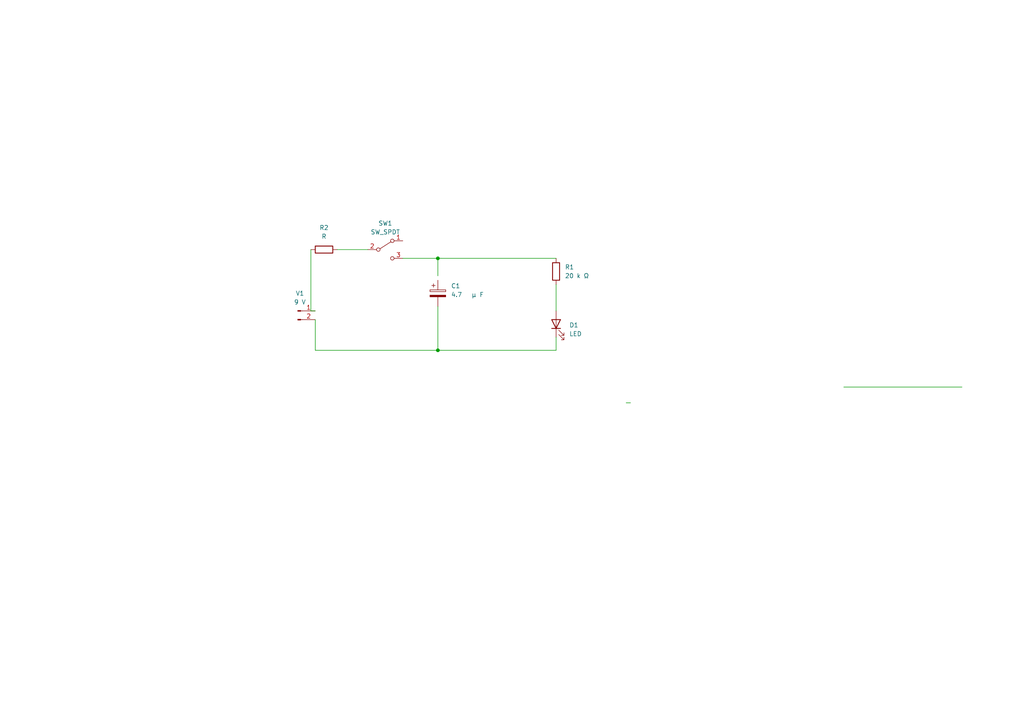
<source format=kicad_sch>
(kicad_sch (version 20211123) (generator eeschema)
  (paper "A4")
  (lib_symbols
    (symbol "Connector:Conn_01x02_Male" (pin_names (offset 1.016) hide)
      (property "Reference" "J" (at 0 2.54 0))
      (property "Value" "Conn_01x02_Male" (at 0 -5.08 0))
      (symbol "Conn_01x02_Male_1_1"
        (polyline (pts (xy 1.27 -2.54) (xy 0.8636 -2.54)) (stroke (width 0.1524)))
        (polyline (pts (xy 1.27 0) (xy 0.8636 0)) (stroke (width 0.1524)))
        (rectangle (start 0.8636 -2.413) (end 0 -2.667) (stroke (width 0.1524)) (fill (type outline)))
        (rectangle (start 0.8636 0.127) (end 0 -0.127) (stroke (width 0.1524)) (fill (type outline)))
        (pin passive line (at 5.08 0 180) (length 3.81) (name "Pin_1") (number "1"))
        (pin passive line (at 5.08 -2.54 180) (length 3.81) (name "Pin_2") (number "2"))
      )
    )
    (symbol "Device:C_Polarized" (pin_numbers hide) (pin_names (offset 0.254))
      (property "Reference" "C" (at 0.635 2.54 0))
      (property "Value" "C_Polarized" (at 0.635 -2.54 0))
      (symbol "C_Polarized_0_1"
        (rectangle (start -2.286 0.508) (end 2.286 1.016))
        (polyline (pts (xy -1.778 2.286) (xy -0.762 2.286)))
        (polyline (pts (xy -1.27 2.794) (xy -1.27 1.778)))
        (rectangle (start 2.286 -0.508) (end -2.286 -1.016) (fill (type outline)))
      )
      (symbol "C_Polarized_1_1"
        (pin passive line (at 0 3.81 270) (length 2.794) (name "~") (number "1"))
        (pin passive line (at 0 -3.81 90) (length 2.794) (name "~") (number "2"))
      )
    )
    (symbol "Device:LED" (pin_numbers hide) (pin_names (offset 1.016) hide)
      (property "Reference" "D" (at 0 2.54 0))
      (property "Value" "LED" (at 0 -2.54 0))
      (symbol "LED_0_1"
        (polyline (pts (xy -1.27 -1.27) (xy -1.27 1.27)) (stroke (width 0.254)))
        (polyline (pts (xy -1.27 0) (xy 1.27 0)))
        (polyline (pts (xy 1.27 -1.27) (xy 1.27 1.27) (xy -1.27 0) (xy 1.27 -1.27)) (stroke (width 0.254)))
        (polyline (pts (xy -3.048 -0.762) (xy -4.572 -2.286) (xy -3.81 -2.286) (xy -4.572 -2.286) (xy -4.572 -1.524)))
        (polyline (pts (xy -1.778 -0.762) (xy -3.302 -2.286) (xy -2.54 -2.286) (xy -3.302 -2.286) (xy -3.302 -1.524)))
      )
      (symbol "LED_1_1"
        (pin passive line (at -3.81 0 0) (length 2.54) (name "K") (number "1"))
        (pin passive line (at 3.81 0 180) (length 2.54) (name "A") (number "2"))
      )
    )
    (symbol "Device:R" (pin_numbers hide) (pin_names (offset 0))
      (property "Reference" "R" (at 2.032 0 90))
      (property "Value" "R" (at 0 0 90))
      (symbol "R_0_1"
        (rectangle (start -1.016 -2.54) (end 1.016 2.54) (stroke (width 0.254)))
      )
      (symbol "R_1_1"
        (pin passive line (at 0 3.81 270) (length 1.27) (name "~") (number "1"))
        (pin passive line (at 0 -3.81 90) (length 1.27) (name "~") (number "2"))
      )
    )
    (symbol "Switch:SW_SPDT" (pin_names (offset 0) hide)
      (property "Reference" "SW" (at 0 4.318 0))
      (property "Value" "SW_SPDT" (at 0 -5.08 0))
      (symbol "SW_SPDT_0_0"
        (circle (center -2.032 0) (radius 0.508))
        (circle (center 2.032 -2.54) (radius 0.508))
      )
      (symbol "SW_SPDT_0_1"
        (polyline (pts (xy -1.524 0.254) (xy 1.651 2.286)))
        (circle (center 2.032 2.54) (radius 0.508))
      )
      (symbol "SW_SPDT_1_1"
        (pin passive line (at 5.08 2.54 180) (length 2.54) (name "A") (number "1"))
        (pin passive line (at -5.08 0 0) (length 2.54) (name "B") (number "2"))
        (pin passive line (at 5.08 -2.54 180) (length 2.54) (name "C") (number "3"))
      )
    )
  )
  (junction (at 127 101.6))
  (junction (at 127 74.93))
  (wire (pts (xy 127 80.01) (xy 127 74.93)))
  (wire (pts (xy 127 74.93) (xy 161.29 74.93)))
  (wire (pts (xy 116.84 74.93) (xy 127 74.93)))
  (wire (pts (xy 244.7269 112.2639) (xy 279.0169 112.2639)))
  (wire (pts (xy 97.79 72.39) (xy 106.68 72.39)))
  (wire (pts (xy 181.61 116.84) (xy 182.88 116.84)))
  (wire (pts (xy 161.29 101.6) (xy 127 101.6)))
  (wire (pts (xy 91.44 101.6) (xy 127 101.6)))
  (wire (pts (xy 161.29 82.55) (xy 161.29 90.17)))
  (wire (pts (xy 90.17 90.17) (xy 91.44 90.17)))
  (wire (pts (xy 91.44 101.6) (xy 91.44 92.71)))
  (wire (pts (xy 161.29 97.79) (xy 161.29 101.6)))
  (wire (pts (xy 127 101.6) (xy 127 88.9)))
  (wire (pts (xy 90.17 72.39) (xy 90.17 90.17)))
  (symbol (lib_id "Switch:SW_SPDT") (at 111.76 72.39 0) (unit 1)
    (property "Reference" "SW1" (at 111.76 64.77 0))
    (property "Value" "SW_SPDT" (at 111.76 67.31 0))
  )
  (symbol (lib_id "Connector:Conn_01x02_Male") (at 86.36 90.17 0) (unit 1)
    (property "Reference" "V1" (at 86.995 85.09 0))
    (property "Value" "9 V" (at 86.995 87.63 0))
  )
  (symbol (lib_id "Device:LED") (at 161.29 93.98 90) (unit 1)
    (property "Reference" "D1" (at 165.1 94.2974 90) (effects (justify right)))
    (property "Value" "LED" (at 165.1 96.8374 90) (effects (justify right)))
  )
  (symbol (lib_id "Device:R") (at 161.29 78.74 0) (unit 1)
    (property "Reference" "R1" (at 163.83 77.4699 0) (effects (justify left)))
    (property "Value" "20 k Ω" (at 163.83 80.0099 0) (effects (justify left)))
  )
  (symbol (lib_id "Device:R") (at 93.98 72.39 90) (unit 1)
    (property "Reference" "R2" (at 93.98 66.04 90))
    (property "Value" "R" (at 93.98 68.58 90))
  )
  (symbol (lib_id "Device:C_Polarized") (at 127 85.09 0) (unit 1)
    (property "Reference" "C1" (at 130.81 82.9309 0) (effects (justify left)))
    (property "Value" "4.7   µ F" (at 130.81 85.4709 0) (effects (justify left)))
  )
)
</source>
